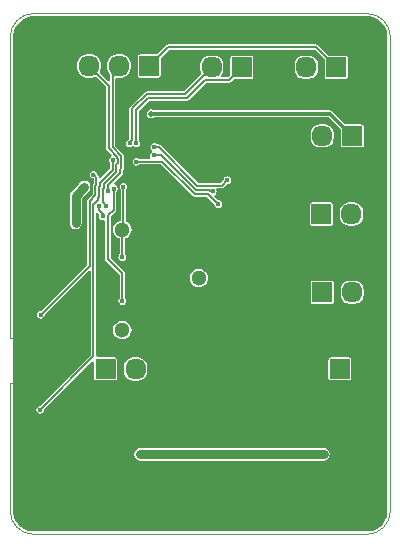
<source format=gbl>
G04*
G04 #@! TF.GenerationSoftware,Altium Limited,Altium Designer,21.6.4 (81)*
G04*
G04 Layer_Physical_Order=2*
G04 Layer_Color=16711680*
%FSLAX44Y44*%
%MOMM*%
G71*
G04*
G04 #@! TF.SameCoordinates,6DE2C221-B64E-46BB-9673-D02FF606FF1F*
G04*
G04*
G04 #@! TF.FilePolarity,Positive*
G04*
G01*
G75*
%ADD10C,0.1000*%
G04:AMPARAMS|DCode=54|XSize=1.7mm|YSize=1.7mm|CornerRadius=0.6375mm|HoleSize=0mm|Usage=FLASHONLY|Rotation=180.000|XOffset=0mm|YOffset=0mm|HoleType=Round|Shape=RoundedRectangle|*
%AMROUNDEDRECTD54*
21,1,1.7000,0.4250,0,0,180.0*
21,1,0.4250,1.7000,0,0,180.0*
1,1,1.2750,-0.2125,0.2125*
1,1,1.2750,0.2125,0.2125*
1,1,1.2750,0.2125,-0.2125*
1,1,1.2750,-0.2125,-0.2125*
%
%ADD54ROUNDEDRECTD54*%
%ADD57C,1.3000*%
%ADD59C,0.2000*%
%ADD61C,0.7500*%
%ADD62C,0.3000*%
%ADD63C,0.8000*%
G04:AMPARAMS|DCode=64|XSize=1.7mm|YSize=1.7mm|CornerRadius=0.085mm|HoleSize=0mm|Usage=FLASHONLY|Rotation=180.000|XOffset=0mm|YOffset=0mm|HoleType=Round|Shape=RoundedRectangle|*
%AMROUNDEDRECTD64*
21,1,1.7000,1.5300,0,0,180.0*
21,1,1.5300,1.7000,0,0,180.0*
1,1,0.1700,-0.7650,0.7650*
1,1,0.1700,0.7650,0.7650*
1,1,0.1700,0.7650,-0.7650*
1,1,0.1700,-0.7650,-0.7650*
%
%ADD64ROUNDEDRECTD64*%
%ADD65C,0.4000*%
%ADD66C,0.6000*%
%ADD67C,0.5000*%
G36*
X302000Y438451D02*
X303719Y438451D01*
X307090Y437780D01*
X310266Y436465D01*
X313125Y434555D01*
X315555Y432124D01*
X317465Y429266D01*
X318780Y426090D01*
X319451Y422719D01*
X319451Y421000D01*
X319451Y20000D01*
X319451Y18281D01*
X318780Y14910D01*
X317465Y11734D01*
X315555Y8875D01*
X313124Y6445D01*
X310266Y4535D01*
X307090Y3219D01*
X303719Y2549D01*
X302000D01*
X20000Y2549D01*
X18281D01*
X14910Y3219D01*
X11734Y4535D01*
X8875Y6445D01*
X6445Y8875D01*
X4535Y11734D01*
X3219Y14910D01*
X2549Y18281D01*
X2549Y20000D01*
Y421000D01*
Y422719D01*
X3219Y426090D01*
X4535Y429266D01*
X6445Y432124D01*
X8875Y434555D01*
X11734Y436465D01*
X14910Y437780D01*
X18281Y438451D01*
X20000Y438451D01*
X302000Y438451D01*
D02*
G37*
%LPC*%
G36*
X259216Y414769D02*
X133524D01*
X132646Y414594D01*
X131901Y414097D01*
X124176Y406371D01*
X109979D01*
X109160Y406208D01*
X108465Y405744D01*
X108001Y405050D01*
X107838Y404230D01*
Y388930D01*
X108001Y388111D01*
X108465Y387416D01*
X109160Y386952D01*
X109979Y386789D01*
X125279D01*
X126098Y386952D01*
X126793Y387416D01*
X127257Y388111D01*
X127420Y388930D01*
Y403127D01*
X134474Y410181D01*
X258266D01*
X266320Y402127D01*
Y387930D01*
X266483Y387111D01*
X266947Y386416D01*
X267641Y385952D01*
X268461Y385789D01*
X283761D01*
X284580Y385952D01*
X285275Y386416D01*
X285739Y387111D01*
X285902Y387930D01*
Y403230D01*
X285739Y404050D01*
X285275Y404744D01*
X284580Y405208D01*
X283761Y405371D01*
X269564D01*
X260838Y414097D01*
X260094Y414594D01*
X259216Y414769D01*
D02*
G37*
G36*
X252836Y405396D02*
X248586D01*
X246595Y405134D01*
X244740Y404366D01*
X243148Y403144D01*
X241925Y401551D01*
X241157Y399696D01*
X240895Y397705D01*
Y393455D01*
X241157Y391465D01*
X241925Y389610D01*
X243148Y388017D01*
X244740Y386795D01*
X246595Y386026D01*
X248586Y385765D01*
X252836D01*
X254826Y386026D01*
X256681Y386795D01*
X258274Y388017D01*
X259496Y389610D01*
X260264Y391465D01*
X260527Y393455D01*
Y397705D01*
X260264Y399696D01*
X259496Y401551D01*
X258274Y403144D01*
X256681Y404366D01*
X254826Y405134D01*
X252836Y405396D01*
D02*
G37*
G36*
X94354Y406396D02*
X90104D01*
X88113Y406134D01*
X86259Y405366D01*
X84666Y404143D01*
X83444Y402551D01*
X82675Y400696D01*
X82413Y398705D01*
Y394455D01*
X82675Y392465D01*
X83444Y390610D01*
X84622Y389074D01*
X84599Y389039D01*
X84425Y388161D01*
Y383888D01*
X83251Y383402D01*
X75740Y390913D01*
X76383Y392465D01*
X76645Y394455D01*
Y398705D01*
X76383Y400696D01*
X75614Y402551D01*
X74392Y404143D01*
X72799Y405366D01*
X70944Y406134D01*
X68954Y406396D01*
X64704D01*
X62713Y406134D01*
X60859Y405366D01*
X59266Y404143D01*
X58044Y402551D01*
X57275Y400696D01*
X57013Y398705D01*
Y394455D01*
X57275Y392465D01*
X58044Y390610D01*
X59266Y389017D01*
X60859Y387795D01*
X62713Y387026D01*
X64704Y386764D01*
X68954D01*
X70944Y387026D01*
X72496Y387669D01*
X81175Y378990D01*
Y326697D01*
X81349Y325819D01*
X81847Y325074D01*
X85922Y320999D01*
X85517Y319624D01*
X84441Y318906D01*
X83723Y317831D01*
X83471Y316562D01*
X83723Y315294D01*
X84441Y314219D01*
X84491Y314186D01*
Y309446D01*
X76351Y301306D01*
X75177Y301792D01*
Y302305D01*
X75003Y303183D01*
X74506Y303927D01*
X73883Y304550D01*
X73895Y304608D01*
X73642Y305876D01*
X72924Y306951D01*
X71849Y307669D01*
X70581Y307921D01*
X69313Y307669D01*
X68238Y306951D01*
X67520Y305876D01*
X67267Y304608D01*
X67520Y303340D01*
X68238Y302264D01*
X69313Y301546D01*
X70581Y301294D01*
X70589Y301287D01*
Y296963D01*
X70529Y296902D01*
X70031Y296158D01*
X69857Y295280D01*
Y287941D01*
X65685Y283769D01*
X65188Y283025D01*
X65013Y282147D01*
Y228257D01*
X26058Y189302D01*
X26000Y189314D01*
X24732Y189061D01*
X23657Y188343D01*
X22939Y187268D01*
X22686Y186000D01*
X22939Y184732D01*
X23657Y183657D01*
X24732Y182939D01*
X26000Y182686D01*
X27268Y182939D01*
X28343Y183657D01*
X29061Y184732D01*
X29314Y186000D01*
X29302Y186058D01*
X67114Y223869D01*
X68287Y223383D01*
Y151640D01*
X25573Y108926D01*
X25515Y108938D01*
X24246Y108685D01*
X23172Y107967D01*
X22453Y106892D01*
X22201Y105624D01*
X22453Y104356D01*
X23172Y103281D01*
X24246Y102562D01*
X25515Y102310D01*
X26783Y102562D01*
X27858Y103281D01*
X28576Y104356D01*
X28828Y105624D01*
X28817Y105682D01*
X69687Y146552D01*
X70957Y146025D01*
Y132423D01*
X71120Y131604D01*
X71584Y130909D01*
X72278Y130445D01*
X73098Y130282D01*
X88398D01*
X89217Y130445D01*
X89912Y130909D01*
X90376Y131604D01*
X90539Y132423D01*
Y147723D01*
X90376Y148543D01*
X89912Y149237D01*
X89217Y149701D01*
X88398Y149864D01*
X74006D01*
X72961Y150628D01*
X72875Y151105D01*
Y271709D01*
X74145Y272235D01*
X75717Y270663D01*
X75547Y270408D01*
X75294Y269140D01*
X75547Y267872D01*
X76265Y266797D01*
X77340Y266078D01*
X78608Y265826D01*
X79294Y265963D01*
X80564Y265127D01*
Y232959D01*
X80739Y232081D01*
X81236Y231337D01*
X92647Y219925D01*
Y200029D01*
X92598Y199996D01*
X91880Y198921D01*
X91628Y197653D01*
X91880Y196385D01*
X92598Y195310D01*
X93673Y194592D01*
X94942Y194339D01*
X96210Y194592D01*
X97285Y195310D01*
X98003Y196385D01*
X98255Y197653D01*
X98003Y198921D01*
X97285Y199996D01*
X97236Y200029D01*
Y220875D01*
X97061Y221753D01*
X96564Y222498D01*
X85152Y233909D01*
Y269010D01*
X89193Y273051D01*
X89690Y273795D01*
X89865Y274673D01*
Y290090D01*
X90171Y290295D01*
X90890Y291370D01*
X91142Y292638D01*
X90890Y293906D01*
X90171Y294981D01*
X89096Y295700D01*
X88366Y295845D01*
X87885Y297160D01*
X94907Y304181D01*
X95404Y304926D01*
X95579Y305804D01*
Y307908D01*
X95907Y308236D01*
X96404Y308980D01*
X96579Y309858D01*
Y319669D01*
X96404Y320547D01*
X96395Y320560D01*
Y320661D01*
X96220Y321538D01*
X95723Y322283D01*
X89013Y328993D01*
Y385945D01*
X89968Y386782D01*
X90104Y386764D01*
X94354D01*
X96344Y387026D01*
X98199Y387795D01*
X99792Y389017D01*
X101014Y390610D01*
X101783Y392465D01*
X102045Y394455D01*
Y398705D01*
X101783Y400696D01*
X101014Y402551D01*
X99792Y404143D01*
X98199Y405366D01*
X96344Y406134D01*
X94354Y406396D01*
D02*
G37*
G36*
X172955Y405396D02*
X168705D01*
X166715Y405134D01*
X164860Y404366D01*
X163267Y403144D01*
X162045Y401551D01*
X161276Y399696D01*
X161014Y397705D01*
Y393455D01*
X161276Y391465D01*
X161919Y389913D01*
X147110Y375104D01*
X115555D01*
X114677Y374929D01*
X113933Y374432D01*
X101714Y362212D01*
X101216Y361468D01*
X101042Y360590D01*
Y334818D01*
X100714Y334490D01*
X100566Y334269D01*
X100063Y334169D01*
X98988Y333451D01*
X98270Y332376D01*
X98017Y331108D01*
X98270Y329840D01*
X98988Y328764D01*
X100063Y328046D01*
X101331Y327794D01*
X102599Y328046D01*
X103674Y328764D01*
X104243D01*
X105318Y328046D01*
X106586Y327794D01*
X107854Y328046D01*
X108929Y328764D01*
X109647Y329840D01*
X109899Y331108D01*
X109647Y332376D01*
X108929Y333451D01*
X108880Y333484D01*
Y358294D01*
X117852Y367266D01*
X149993D01*
X150871Y367440D01*
X151615Y367938D01*
X166213Y382536D01*
X185480D01*
X186358Y382711D01*
X187102Y383208D01*
X189683Y385789D01*
X203880D01*
X204700Y385952D01*
X205394Y386416D01*
X205858Y387111D01*
X206021Y387930D01*
Y403230D01*
X205858Y404050D01*
X205394Y404744D01*
X204700Y405208D01*
X203880Y405371D01*
X188580D01*
X187761Y405208D01*
X187066Y404744D01*
X186602Y404050D01*
X186439Y403230D01*
Y389033D01*
X184530Y387124D01*
X179194D01*
X178683Y388394D01*
X179616Y389610D01*
X180384Y391465D01*
X180646Y393455D01*
Y397705D01*
X180384Y399696D01*
X179616Y401551D01*
X178393Y403144D01*
X176801Y404366D01*
X174946Y405134D01*
X172955Y405396D01*
D02*
G37*
G36*
X119379Y359824D02*
X117915Y359533D01*
X116675Y358704D01*
X115846Y357463D01*
X115555Y356000D01*
X115846Y354537D01*
X116675Y353297D01*
X117915Y352468D01*
X119379Y352177D01*
X120842Y352468D01*
X122082Y353297D01*
X122097Y353318D01*
X269701D01*
X279829Y343190D01*
Y329715D01*
X279992Y328895D01*
X280456Y328201D01*
X281151Y327737D01*
X281970Y327574D01*
X297270D01*
X298090Y327737D01*
X298784Y328201D01*
X299248Y328895D01*
X299411Y329715D01*
Y345015D01*
X299248Y345834D01*
X298784Y346529D01*
X298090Y346993D01*
X297270Y347156D01*
X283794D01*
X272846Y358105D01*
X271936Y358712D01*
X270863Y358926D01*
X121750D01*
X120842Y359533D01*
X119379Y359824D01*
D02*
G37*
G36*
X266345Y347180D02*
X262095D01*
X260105Y346918D01*
X258250Y346150D01*
X256657Y344928D01*
X255435Y343335D01*
X254667Y341480D01*
X254405Y339490D01*
Y335240D01*
X254667Y333249D01*
X255435Y331394D01*
X256657Y329801D01*
X258250Y328579D01*
X260105Y327811D01*
X262095Y327549D01*
X266345D01*
X268336Y327811D01*
X270191Y328579D01*
X271784Y329801D01*
X273006Y331394D01*
X273774Y333249D01*
X274036Y335240D01*
Y339490D01*
X273774Y341480D01*
X273006Y343335D01*
X271784Y344928D01*
X270191Y346150D01*
X268336Y346918D01*
X266345Y347180D01*
D02*
G37*
G36*
X122081Y331202D02*
X120813Y330949D01*
X119738Y330231D01*
X119020Y329156D01*
X118767Y327888D01*
X119020Y326620D01*
X119738Y325545D01*
X120210Y325229D01*
X120168Y324499D01*
X120010Y323836D01*
X119059Y323201D01*
X118341Y322126D01*
X118089Y320858D01*
X118341Y319590D01*
X118720Y319022D01*
X118089Y317752D01*
X109344D01*
X109312Y317801D01*
X108237Y318519D01*
X106968Y318771D01*
X105700Y318519D01*
X104625Y317801D01*
X103907Y316726D01*
X103655Y315457D01*
X103907Y314189D01*
X104625Y313114D01*
X105700Y312396D01*
X106968Y312144D01*
X108237Y312396D01*
X109312Y313114D01*
X109344Y313163D01*
X128007D01*
X154594Y286576D01*
X155339Y286079D01*
X156217Y285904D01*
X166568D01*
X172789Y279683D01*
X172777Y279625D01*
X173030Y278357D01*
X173748Y277282D01*
X174823Y276564D01*
X176091Y276312D01*
X177359Y276564D01*
X178434Y277282D01*
X179152Y278357D01*
X179405Y279625D01*
X179152Y280893D01*
X178434Y281968D01*
X177359Y282687D01*
X176091Y282939D01*
X176033Y282927D01*
X172789Y286171D01*
X173176Y287581D01*
X173960Y288105D01*
X174679Y289180D01*
X174931Y290448D01*
X174679Y291716D01*
X174629Y291791D01*
X175307Y293062D01*
X179264D01*
X180142Y293236D01*
X180886Y293733D01*
X183708Y296556D01*
X183766Y296544D01*
X185034Y296796D01*
X186109Y297514D01*
X186828Y298589D01*
X187080Y299858D01*
X186828Y301126D01*
X186109Y302201D01*
X185034Y302919D01*
X183766Y303171D01*
X182498Y302919D01*
X181423Y302201D01*
X180705Y301126D01*
X180452Y299858D01*
X180464Y299800D01*
X178314Y297650D01*
X159202D01*
X127347Y329504D01*
X126603Y330002D01*
X125725Y330176D01*
X124461D01*
X124424Y330231D01*
X123349Y330949D01*
X122081Y331202D01*
D02*
G37*
G36*
X271270Y280989D02*
X255970D01*
X255151Y280826D01*
X254456Y280362D01*
X253992Y279667D01*
X253829Y278848D01*
Y263548D01*
X253992Y262729D01*
X254456Y262034D01*
X255151Y261570D01*
X255970Y261407D01*
X271270D01*
X272090Y261570D01*
X272784Y262034D01*
X273248Y262729D01*
X273411Y263548D01*
Y278848D01*
X273248Y279667D01*
X272784Y280362D01*
X272090Y280826D01*
X271270Y280989D01*
D02*
G37*
G36*
X291145Y281014D02*
X286895D01*
X284905Y280752D01*
X283050Y279984D01*
X281457Y278761D01*
X280235Y277169D01*
X279466Y275314D01*
X279205Y273323D01*
Y269073D01*
X279466Y267083D01*
X280235Y265228D01*
X281457Y263635D01*
X283050Y262413D01*
X284905Y261644D01*
X286895Y261382D01*
X291145D01*
X293136Y261644D01*
X294991Y262413D01*
X296583Y263635D01*
X297806Y265228D01*
X298574Y267083D01*
X298836Y269073D01*
Y273323D01*
X298574Y275314D01*
X297806Y277169D01*
X296583Y278761D01*
X294991Y279984D01*
X293136Y280752D01*
X291145Y281014D01*
D02*
G37*
G36*
X62750Y299485D02*
X60799Y299097D01*
X59145Y297992D01*
X58040Y296338D01*
X58010Y296184D01*
X51906Y290081D01*
X50801Y288428D01*
X50413Y286477D01*
Y263489D01*
X50801Y261538D01*
X51906Y259884D01*
X53560Y258779D01*
X55511Y258391D01*
X57462Y258779D01*
X59116Y259884D01*
X60221Y261538D01*
X60609Y263489D01*
Y284365D01*
X66355Y290110D01*
X67460Y291764D01*
X67848Y293715D01*
Y294387D01*
X67460Y296338D01*
X66355Y297992D01*
X64701Y299097D01*
X62750Y299485D01*
D02*
G37*
G36*
X95966Y297764D02*
X94698Y297511D01*
X93623Y296793D01*
X92904Y295718D01*
X92652Y294450D01*
X92904Y293182D01*
X93623Y292107D01*
X93672Y292074D01*
Y265642D01*
X92918Y265543D01*
X91033Y264762D01*
X89414Y263520D01*
X88172Y261901D01*
X87391Y260016D01*
X87125Y257993D01*
X87391Y255970D01*
X88172Y254084D01*
X89414Y252465D01*
X91033Y251223D01*
X92647Y250554D01*
Y237027D01*
X92589Y236988D01*
X91871Y235913D01*
X91619Y234645D01*
X91871Y233377D01*
X92589Y232302D01*
X93664Y231583D01*
X94932Y231331D01*
X96201Y231583D01*
X97276Y232302D01*
X97994Y233377D01*
X98246Y234645D01*
X97994Y235913D01*
X97276Y236988D01*
X97236Y237015D01*
Y250554D01*
X98850Y251223D01*
X100469Y252465D01*
X101711Y254084D01*
X102492Y255970D01*
X102758Y257993D01*
X102492Y260016D01*
X101711Y261901D01*
X100469Y263520D01*
X98850Y264762D01*
X98260Y265007D01*
Y292074D01*
X98309Y292107D01*
X99027Y293182D01*
X99279Y294450D01*
X99027Y295718D01*
X98309Y296793D01*
X97234Y297511D01*
X95966Y297764D01*
D02*
G37*
G36*
X159773Y224776D02*
X157750Y224510D01*
X155865Y223729D01*
X154246Y222486D01*
X153004Y220868D01*
X152223Y218982D01*
X151957Y216959D01*
X152223Y214936D01*
X153004Y213051D01*
X154246Y211432D01*
X155865Y210189D01*
X157750Y209408D01*
X159773Y209142D01*
X161797Y209408D01*
X163682Y210189D01*
X165301Y211432D01*
X166543Y213051D01*
X167324Y214936D01*
X167590Y216959D01*
X167324Y218982D01*
X166543Y220868D01*
X165301Y222486D01*
X163682Y223729D01*
X161797Y224510D01*
X159773Y224776D01*
D02*
G37*
G36*
X271870Y214823D02*
X256570D01*
X255751Y214660D01*
X255056Y214196D01*
X254592Y213501D01*
X254429Y212682D01*
Y197382D01*
X254592Y196562D01*
X255056Y195868D01*
X255751Y195403D01*
X256570Y195240D01*
X271870D01*
X272690Y195403D01*
X273384Y195868D01*
X273848Y196562D01*
X274011Y197382D01*
Y212682D01*
X273848Y213501D01*
X273384Y214196D01*
X272690Y214660D01*
X271870Y214823D01*
D02*
G37*
G36*
X291745Y214847D02*
X287495D01*
X285505Y214585D01*
X283650Y213817D01*
X282057Y212595D01*
X280835Y211002D01*
X280067Y209147D01*
X279804Y207157D01*
Y202907D01*
X280067Y200916D01*
X280835Y199061D01*
X282057Y197468D01*
X283650Y196246D01*
X285505Y195478D01*
X287495Y195216D01*
X291745D01*
X293736Y195478D01*
X295591Y196246D01*
X297183Y197468D01*
X298406Y199061D01*
X299174Y200916D01*
X299436Y202907D01*
Y207157D01*
X299174Y209147D01*
X298406Y211002D01*
X297183Y212595D01*
X295591Y213817D01*
X293736Y214585D01*
X291745Y214847D01*
D02*
G37*
G36*
X94942Y180805D02*
X92918Y180539D01*
X91033Y179758D01*
X89414Y178516D01*
X88172Y176897D01*
X87391Y175012D01*
X87125Y172988D01*
X87391Y170965D01*
X88172Y169080D01*
X89414Y167461D01*
X91033Y166219D01*
X92918Y165438D01*
X94942Y165172D01*
X96965Y165438D01*
X98850Y166219D01*
X100469Y167461D01*
X101711Y169080D01*
X102492Y170965D01*
X102758Y172988D01*
X102492Y175012D01*
X101711Y176897D01*
X100469Y178516D01*
X98850Y179758D01*
X96965Y180539D01*
X94942Y180805D01*
D02*
G37*
G36*
X286870Y149864D02*
X271570D01*
X270751Y149701D01*
X270056Y149237D01*
X269592Y148543D01*
X269429Y147723D01*
Y132423D01*
X269592Y131604D01*
X270056Y130909D01*
X270751Y130445D01*
X271570Y130282D01*
X286870D01*
X287690Y130445D01*
X288384Y130909D01*
X288848Y131604D01*
X289011Y132423D01*
Y147723D01*
X288848Y148543D01*
X288384Y149237D01*
X287690Y149701D01*
X286870Y149864D01*
D02*
G37*
G36*
X108273Y149889D02*
X104023D01*
X102032Y149627D01*
X100177Y148859D01*
X98584Y147636D01*
X97362Y146044D01*
X96594Y144189D01*
X96332Y142198D01*
Y137948D01*
X96594Y135958D01*
X97362Y134103D01*
X98584Y132510D01*
X100177Y131288D01*
X102032Y130520D01*
X104023Y130258D01*
X108273D01*
X110263Y130520D01*
X112118Y131288D01*
X113711Y132510D01*
X114933Y134103D01*
X115702Y135958D01*
X115963Y137948D01*
Y142198D01*
X115702Y144189D01*
X114933Y146044D01*
X113711Y147636D01*
X112118Y148859D01*
X110263Y149627D01*
X108273Y149889D01*
D02*
G37*
G36*
X265317Y73161D02*
X110317D01*
X108268Y72754D01*
X106532Y71593D01*
X105371Y69857D01*
X104964Y67808D01*
X105371Y65760D01*
X106532Y64023D01*
X108268Y62863D01*
X110317Y62455D01*
X265317D01*
X267365Y62863D01*
X269102Y64023D01*
X270262Y65760D01*
X270669Y67808D01*
X270262Y69857D01*
X269102Y71593D01*
X267365Y72754D01*
X265317Y73161D01*
D02*
G37*
%LPD*%
D10*
X33576Y128270D02*
G03*
X33576Y136270I0J4000D01*
G01*
Y158270D02*
G03*
X33576Y166270I0J4000D01*
G01*
X0Y20000D02*
G03*
X20000Y-0I20000J0D01*
G01*
X302000D02*
G03*
X322000Y20000I0J20000D01*
G01*
X322000Y421000D02*
G03*
X302000Y441000I-20000J0D01*
G01*
X20000D02*
G03*
X0Y421000I0J-20000D01*
G01*
X0Y20000D02*
Y128270D01*
X0Y166270D02*
Y421000D01*
X0Y128270D02*
X33576D01*
Y136270D02*
Y158270D01*
X0Y166270D02*
X33576D01*
X20000Y441000D02*
X302000Y441000D01*
X322000Y421000D02*
X322000Y20000D01*
X20000Y-0D02*
X302000D01*
D54*
X264220Y337365D02*
D03*
X41229Y396580D02*
D03*
X92229D02*
D03*
X66829D02*
D03*
X289020Y271198D02*
D03*
X145430Y395580D02*
D03*
X170830D02*
D03*
X289620Y205032D02*
D03*
X253820Y140073D02*
D03*
X106148D02*
D03*
X250711Y395580D02*
D03*
X225311D02*
D03*
D57*
X94942Y172988D02*
D03*
X85598Y17284D02*
D03*
X94942Y257993D02*
D03*
X159773Y216959D02*
D03*
D59*
X94942Y257993D02*
X95966Y259017D01*
Y294450D01*
X94942Y234654D02*
Y257993D01*
X78225Y269522D02*
X78608Y269140D01*
X82858Y269961D02*
X87571Y274673D01*
X78225Y269522D02*
Y271399D01*
X82858Y232959D02*
X94942Y220875D01*
X82858Y232959D02*
Y269961D01*
X75299Y274325D02*
X78225Y271399D01*
X149993Y369560D02*
X165263Y384830D01*
X185480D02*
X196230Y395580D01*
X116902Y369560D02*
X149993D01*
X165263Y384830D02*
X185480D01*
X115555Y372810D02*
X148060D01*
X170830Y395580D01*
X92229Y393671D02*
Y396580D01*
X86719Y328043D02*
Y388161D01*
Y328043D02*
X94101Y320661D01*
X66829Y396580D02*
X83469Y379940D01*
Y326697D02*
Y379940D01*
Y326697D02*
X90851Y319314D01*
X86719Y388161D02*
X92229Y393671D01*
X94932Y234645D02*
X94942Y234654D01*
X67307Y282147D02*
X72151Y286990D01*
X26000Y186000D02*
X67307Y227307D01*
Y282147D01*
X70581Y150690D02*
Y279209D01*
X74279Y282908D01*
X72151Y295280D02*
X72883Y296012D01*
X87571Y292381D02*
X87828Y292638D01*
X72883Y296012D02*
Y302305D01*
X75401Y285644D02*
Y293934D01*
X78651Y281098D02*
X81331Y278418D01*
X76133Y297845D02*
X86785Y308496D01*
X79383Y293320D02*
Y296498D01*
X74279Y284523D02*
X75401Y285644D01*
X76133Y294666D02*
Y297845D01*
X82901Y290827D02*
X82958Y290884D01*
X79383Y296498D02*
X90035Y307150D01*
X87571Y274673D02*
Y292381D01*
X82958Y290884D02*
Y295477D01*
X72151Y286990D02*
Y295280D01*
X75401Y293934D02*
X76133Y294666D01*
X74279Y282908D02*
Y284523D01*
X78651Y292587D02*
X79383Y293320D01*
X78651Y281098D02*
Y292587D01*
X70581Y304608D02*
X72883Y302305D01*
X82958Y295477D02*
X93285Y305804D01*
Y308858D01*
X86785Y308496D02*
Y316562D01*
X93285Y308858D02*
X94285Y309858D01*
X90035Y307150D02*
Y313802D01*
X91035Y314802D02*
Y318323D01*
X90035Y313802D02*
X91035Y314802D01*
X94285Y309858D02*
Y319669D01*
X94101Y319853D02*
Y320661D01*
X90851Y318506D02*
Y319314D01*
Y318506D02*
X91035Y318323D01*
X94101Y319853D02*
X94285Y319669D01*
X179264Y295355D02*
X183766Y299858D01*
X158252Y295355D02*
X179264D01*
X125725Y327882D02*
X158252Y295355D01*
X128153Y320858D02*
X157563Y291448D01*
X168864D01*
X171235Y290831D02*
X171617Y290448D01*
X128957Y315457D02*
X156217Y288198D01*
X168864Y291448D02*
X169482Y290831D01*
X171235D01*
X156217Y288198D02*
X167518D01*
X176091Y279625D01*
X106968Y315457D02*
X128957D01*
X122087Y327882D02*
X125725D01*
X121402Y320858D02*
X128153D01*
X101331Y331649D02*
X102336Y332654D01*
Y332868D02*
X103336Y333868D01*
Y360590D01*
X101331Y331108D02*
Y331649D01*
X102336Y332654D02*
Y332868D01*
X259216Y412475D02*
X276111Y395580D01*
X133524Y412475D02*
X259216D01*
X117629Y396580D02*
X133524Y412475D01*
X81331Y278347D02*
Y278418D01*
X75299Y274325D02*
Y277836D01*
X106586Y359244D02*
X116902Y369560D01*
X106586Y331108D02*
Y359244D01*
X103336Y360590D02*
X115555Y372810D01*
X75259Y277876D02*
X75299Y277836D01*
X25515Y105624D02*
X70581Y150690D01*
X122081Y327888D02*
X122087Y327882D01*
X94942Y197653D02*
Y220875D01*
D61*
X55511Y286477D02*
X62750Y293715D01*
Y294387D01*
X55511Y263489D02*
Y286477D01*
D62*
X119379Y356000D02*
X119501Y356122D01*
X270863D01*
X289620Y337365D01*
D63*
X110317Y67808D02*
X265317D01*
D64*
X289620Y337365D02*
D03*
X117629Y396580D02*
D03*
X263620Y271198D02*
D03*
X196230Y395580D02*
D03*
X264220Y205032D02*
D03*
X279220Y140073D02*
D03*
X80748D02*
D03*
X276111Y395580D02*
D03*
D65*
X95966Y294450D02*
D03*
X78608Y269140D02*
D03*
X94932Y234645D02*
D03*
X87828Y292638D02*
D03*
X82901Y290827D02*
D03*
X82181Y319086D02*
D03*
X86785Y316562D02*
D03*
X82535Y313311D02*
D03*
X49256Y310322D02*
D03*
X166204Y12659D02*
D03*
X234734Y31863D02*
D03*
X240947Y92485D02*
D03*
X52707Y384636D02*
D03*
X41455Y412426D02*
D03*
X42819Y382591D02*
D03*
X26964Y402026D02*
D03*
X132837Y396741D02*
D03*
X145282Y380715D02*
D03*
X227457Y378158D02*
D03*
X212113D02*
D03*
X212283Y394354D02*
D03*
X218421Y116801D02*
D03*
X180743Y124643D02*
D03*
X141702Y105549D02*
D03*
X133348Y42469D02*
D03*
X208874Y13315D02*
D03*
X183471Y12122D02*
D03*
X152272Y19112D02*
D03*
X226945Y20476D02*
D03*
X240755Y45538D02*
D03*
X232230Y106401D02*
D03*
X201031Y122939D02*
D03*
X163183Y121745D02*
D03*
X51685Y23886D02*
D03*
X52878Y96172D02*
D03*
X12302Y184825D02*
D03*
X63789Y198976D02*
D03*
X64812Y182950D02*
D03*
X79645Y198635D02*
D03*
X86294Y189770D02*
D03*
X78792Y182439D02*
D03*
X139827Y336900D02*
D03*
X120903Y337071D02*
D03*
X130450Y347129D02*
D03*
X163524Y307576D02*
D03*
X163865Y313884D02*
D03*
X155852Y304678D02*
D03*
X155000Y310475D02*
D03*
X142725Y281321D02*
D03*
X116811Y255919D02*
D03*
X124142Y255407D02*
D03*
X131643Y258135D02*
D03*
X37844Y269436D02*
D03*
X39327Y278163D02*
D03*
X43775Y295501D02*
D03*
X41323Y304342D02*
D03*
X40924Y316776D02*
D03*
X71152Y332632D02*
D03*
X71038Y349229D02*
D03*
X62597Y340446D02*
D03*
X56493Y328835D02*
D03*
X65404Y327334D02*
D03*
X70554Y316025D02*
D03*
X82018Y225111D02*
D03*
X78548Y237516D02*
D03*
X78548Y229354D02*
D03*
X105139Y193507D02*
D03*
X137451Y194348D02*
D03*
X131056Y183325D02*
D03*
X120201D02*
D03*
X109935D02*
D03*
X298752Y417386D02*
D03*
Y357386D02*
D03*
Y297386D02*
D03*
Y237386D02*
D03*
Y177386D02*
D03*
Y57386D02*
D03*
X283752Y27386D02*
D03*
X268752Y417386D02*
D03*
X253752Y327386D02*
D03*
X268752Y297386D02*
D03*
Y237386D02*
D03*
X253752Y27386D02*
D03*
X238752Y417386D02*
D03*
Y297386D02*
D03*
Y237386D02*
D03*
Y117386D02*
D03*
X208752Y417386D02*
D03*
Y297386D02*
D03*
Y237386D02*
D03*
X178752Y417386D02*
D03*
X163752Y267386D02*
D03*
X148752Y417386D02*
D03*
X133752Y267386D02*
D03*
X148752Y177386D02*
D03*
X133752Y147386D02*
D03*
X148752Y117386D02*
D03*
X133752Y87386D02*
D03*
Y27386D02*
D03*
X118752Y417386D02*
D03*
X103752Y387386D02*
D03*
Y267386D02*
D03*
X118752Y177386D02*
D03*
Y117386D02*
D03*
X103752Y27386D02*
D03*
X88752Y417386D02*
D03*
X73752Y327386D02*
D03*
X88752Y117386D02*
D03*
X73752Y87386D02*
D03*
X88752Y57386D02*
D03*
X73752Y27386D02*
D03*
X58752Y417386D02*
D03*
Y357386D02*
D03*
X43752Y327386D02*
D03*
Y147386D02*
D03*
X58752Y117386D02*
D03*
Y57386D02*
D03*
X28752Y417386D02*
D03*
X13752Y387386D02*
D03*
X28752Y357386D02*
D03*
X13752Y327386D02*
D03*
Y267386D02*
D03*
X28752Y237386D02*
D03*
X13752Y207386D02*
D03*
Y147386D02*
D03*
X28752Y57386D02*
D03*
X81331Y278347D02*
D03*
X106586Y331108D02*
D03*
X101331D02*
D03*
X75259Y277876D02*
D03*
X121402Y320858D02*
D03*
X70581Y304608D02*
D03*
X26000Y186000D02*
D03*
X25515Y105624D02*
D03*
X122081Y327888D02*
D03*
X183766Y299858D02*
D03*
X176091Y279625D02*
D03*
X106968Y315457D02*
D03*
X171617Y290448D02*
D03*
X94942Y197653D02*
D03*
D66*
X265317Y67808D02*
D03*
X110317D02*
D03*
X62750Y294387D02*
D03*
X55511Y263489D02*
D03*
D67*
X119379Y356000D02*
D03*
M02*

</source>
